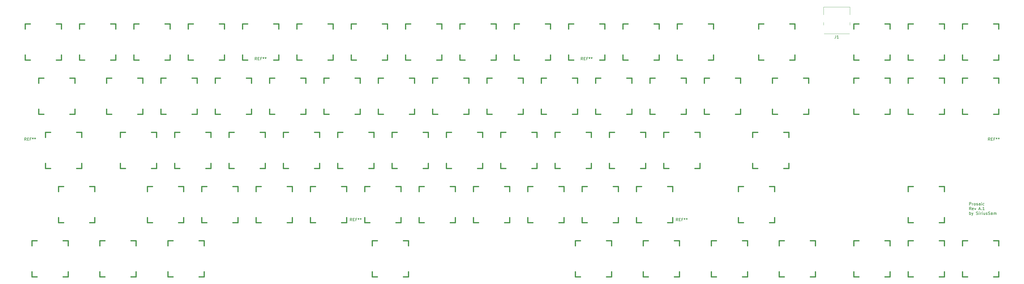
<source format=gto>
%TF.GenerationSoftware,KiCad,Pcbnew,(5.1.6)-1*%
%TF.CreationDate,2020-08-04T19:17:24-04:00*%
%TF.ProjectId,prosaic,70726f73-6169-4632-9e6b-696361645f70,A.1*%
%TF.SameCoordinates,Original*%
%TF.FileFunction,Legend,Top*%
%TF.FilePolarity,Positive*%
%FSLAX46Y46*%
G04 Gerber Fmt 4.6, Leading zero omitted, Abs format (unit mm)*
G04 Created by KiCad (PCBNEW (5.1.6)-1) date 2020-08-04 19:17:24*
%MOMM*%
%LPD*%
G01*
G04 APERTURE LIST*
%ADD10C,0.150000*%
%ADD11C,0.120000*%
%ADD12C,0.381000*%
G04 APERTURE END LIST*
D10*
X379605595Y-137392380D02*
X379605595Y-136392380D01*
X379986547Y-136392380D01*
X380081785Y-136440000D01*
X380129404Y-136487619D01*
X380177023Y-136582857D01*
X380177023Y-136725714D01*
X380129404Y-136820952D01*
X380081785Y-136868571D01*
X379986547Y-136916190D01*
X379605595Y-136916190D01*
X380605595Y-137392380D02*
X380605595Y-136725714D01*
X380605595Y-136916190D02*
X380653214Y-136820952D01*
X380700833Y-136773333D01*
X380796071Y-136725714D01*
X380891309Y-136725714D01*
X381367500Y-137392380D02*
X381272261Y-137344761D01*
X381224642Y-137297142D01*
X381177023Y-137201904D01*
X381177023Y-136916190D01*
X381224642Y-136820952D01*
X381272261Y-136773333D01*
X381367500Y-136725714D01*
X381510357Y-136725714D01*
X381605595Y-136773333D01*
X381653214Y-136820952D01*
X381700833Y-136916190D01*
X381700833Y-137201904D01*
X381653214Y-137297142D01*
X381605595Y-137344761D01*
X381510357Y-137392380D01*
X381367500Y-137392380D01*
X382081785Y-137344761D02*
X382177023Y-137392380D01*
X382367500Y-137392380D01*
X382462738Y-137344761D01*
X382510357Y-137249523D01*
X382510357Y-137201904D01*
X382462738Y-137106666D01*
X382367500Y-137059047D01*
X382224642Y-137059047D01*
X382129404Y-137011428D01*
X382081785Y-136916190D01*
X382081785Y-136868571D01*
X382129404Y-136773333D01*
X382224642Y-136725714D01*
X382367500Y-136725714D01*
X382462738Y-136773333D01*
X383367500Y-137392380D02*
X383367500Y-136868571D01*
X383319880Y-136773333D01*
X383224642Y-136725714D01*
X383034166Y-136725714D01*
X382938928Y-136773333D01*
X383367500Y-137344761D02*
X383272261Y-137392380D01*
X383034166Y-137392380D01*
X382938928Y-137344761D01*
X382891309Y-137249523D01*
X382891309Y-137154285D01*
X382938928Y-137059047D01*
X383034166Y-137011428D01*
X383272261Y-137011428D01*
X383367500Y-136963809D01*
X383843690Y-137392380D02*
X383843690Y-136725714D01*
X383843690Y-136392380D02*
X383796071Y-136440000D01*
X383843690Y-136487619D01*
X383891309Y-136440000D01*
X383843690Y-136392380D01*
X383843690Y-136487619D01*
X384748452Y-137344761D02*
X384653214Y-137392380D01*
X384462738Y-137392380D01*
X384367500Y-137344761D01*
X384319880Y-137297142D01*
X384272261Y-137201904D01*
X384272261Y-136916190D01*
X384319880Y-136820952D01*
X384367500Y-136773333D01*
X384462738Y-136725714D01*
X384653214Y-136725714D01*
X384748452Y-136773333D01*
X380177023Y-139042380D02*
X379843690Y-138566190D01*
X379605595Y-139042380D02*
X379605595Y-138042380D01*
X379986547Y-138042380D01*
X380081785Y-138090000D01*
X380129404Y-138137619D01*
X380177023Y-138232857D01*
X380177023Y-138375714D01*
X380129404Y-138470952D01*
X380081785Y-138518571D01*
X379986547Y-138566190D01*
X379605595Y-138566190D01*
X380986547Y-138994761D02*
X380891309Y-139042380D01*
X380700833Y-139042380D01*
X380605595Y-138994761D01*
X380557976Y-138899523D01*
X380557976Y-138518571D01*
X380605595Y-138423333D01*
X380700833Y-138375714D01*
X380891309Y-138375714D01*
X380986547Y-138423333D01*
X381034166Y-138518571D01*
X381034166Y-138613809D01*
X380557976Y-138709047D01*
X381367500Y-138375714D02*
X381605595Y-139042380D01*
X381843690Y-138375714D01*
X382938928Y-138756666D02*
X383415119Y-138756666D01*
X382843690Y-139042380D02*
X383177023Y-138042380D01*
X383510357Y-139042380D01*
X383843690Y-138947142D02*
X383891309Y-138994761D01*
X383843690Y-139042380D01*
X383796071Y-138994761D01*
X383843690Y-138947142D01*
X383843690Y-139042380D01*
X384843690Y-139042380D02*
X384272261Y-139042380D01*
X384557976Y-139042380D02*
X384557976Y-138042380D01*
X384462738Y-138185238D01*
X384367500Y-138280476D01*
X384272261Y-138328095D01*
X379605595Y-140692380D02*
X379605595Y-139692380D01*
X379605595Y-140073333D02*
X379700833Y-140025714D01*
X379891309Y-140025714D01*
X379986547Y-140073333D01*
X380034166Y-140120952D01*
X380081785Y-140216190D01*
X380081785Y-140501904D01*
X380034166Y-140597142D01*
X379986547Y-140644761D01*
X379891309Y-140692380D01*
X379700833Y-140692380D01*
X379605595Y-140644761D01*
X380415119Y-140025714D02*
X380653214Y-140692380D01*
X380891309Y-140025714D02*
X380653214Y-140692380D01*
X380557976Y-140930476D01*
X380510357Y-140978095D01*
X380415119Y-141025714D01*
X381986547Y-140644761D02*
X382129404Y-140692380D01*
X382367500Y-140692380D01*
X382462738Y-140644761D01*
X382510357Y-140597142D01*
X382557976Y-140501904D01*
X382557976Y-140406666D01*
X382510357Y-140311428D01*
X382462738Y-140263809D01*
X382367500Y-140216190D01*
X382177023Y-140168571D01*
X382081785Y-140120952D01*
X382034166Y-140073333D01*
X381986547Y-139978095D01*
X381986547Y-139882857D01*
X382034166Y-139787619D01*
X382081785Y-139740000D01*
X382177023Y-139692380D01*
X382415119Y-139692380D01*
X382557976Y-139740000D01*
X382986547Y-140692380D02*
X382986547Y-140025714D01*
X382986547Y-139692380D02*
X382938928Y-139740000D01*
X382986547Y-139787619D01*
X383034166Y-139740000D01*
X382986547Y-139692380D01*
X382986547Y-139787619D01*
X383462738Y-140692380D02*
X383462738Y-140025714D01*
X383462738Y-140216190D02*
X383510357Y-140120952D01*
X383557976Y-140073333D01*
X383653214Y-140025714D01*
X383748452Y-140025714D01*
X384081785Y-140692380D02*
X384081785Y-140025714D01*
X384081785Y-139692380D02*
X384034166Y-139740000D01*
X384081785Y-139787619D01*
X384129404Y-139740000D01*
X384081785Y-139692380D01*
X384081785Y-139787619D01*
X384986547Y-140025714D02*
X384986547Y-140692380D01*
X384557976Y-140025714D02*
X384557976Y-140549523D01*
X384605595Y-140644761D01*
X384700833Y-140692380D01*
X384843690Y-140692380D01*
X384938928Y-140644761D01*
X384986547Y-140597142D01*
X385415119Y-140644761D02*
X385510357Y-140692380D01*
X385700833Y-140692380D01*
X385796071Y-140644761D01*
X385843690Y-140549523D01*
X385843690Y-140501904D01*
X385796071Y-140406666D01*
X385700833Y-140359047D01*
X385557976Y-140359047D01*
X385462738Y-140311428D01*
X385415119Y-140216190D01*
X385415119Y-140168571D01*
X385462738Y-140073333D01*
X385557976Y-140025714D01*
X385700833Y-140025714D01*
X385796071Y-140073333D01*
X386224642Y-140644761D02*
X386367500Y-140692380D01*
X386605595Y-140692380D01*
X386700833Y-140644761D01*
X386748452Y-140597142D01*
X386796071Y-140501904D01*
X386796071Y-140406666D01*
X386748452Y-140311428D01*
X386700833Y-140263809D01*
X386605595Y-140216190D01*
X386415119Y-140168571D01*
X386319880Y-140120952D01*
X386272261Y-140073333D01*
X386224642Y-139978095D01*
X386224642Y-139882857D01*
X386272261Y-139787619D01*
X386319880Y-139740000D01*
X386415119Y-139692380D01*
X386653214Y-139692380D01*
X386796071Y-139740000D01*
X387653214Y-140692380D02*
X387653214Y-140168571D01*
X387605595Y-140073333D01*
X387510357Y-140025714D01*
X387319880Y-140025714D01*
X387224642Y-140073333D01*
X387653214Y-140644761D02*
X387557976Y-140692380D01*
X387319880Y-140692380D01*
X387224642Y-140644761D01*
X387177023Y-140549523D01*
X387177023Y-140454285D01*
X387224642Y-140359047D01*
X387319880Y-140311428D01*
X387557976Y-140311428D01*
X387653214Y-140263809D01*
X388129404Y-140692380D02*
X388129404Y-140025714D01*
X388129404Y-140120952D02*
X388177023Y-140073333D01*
X388272261Y-140025714D01*
X388415119Y-140025714D01*
X388510357Y-140073333D01*
X388557976Y-140168571D01*
X388557976Y-140692380D01*
X388557976Y-140168571D02*
X388605595Y-140073333D01*
X388700833Y-140025714D01*
X388843690Y-140025714D01*
X388938928Y-140073333D01*
X388986547Y-140168571D01*
X388986547Y-140692380D01*
D11*
%TO.C,J1*%
X337660000Y-74040000D02*
X337660000Y-73140000D01*
X328470000Y-74040000D02*
X328470000Y-73140000D01*
X337660000Y-70440000D02*
X337660000Y-67710000D01*
X328470000Y-70440000D02*
X328470000Y-67710000D01*
X337540000Y-77120000D02*
X328590000Y-77120000D01*
X337660000Y-67710000D02*
X328470000Y-67710000D01*
D12*
%TO.C,K59*%
X298564894Y-130768967D02*
X300342894Y-130768967D01*
X309486894Y-130768967D02*
X311264894Y-130768967D01*
X311264894Y-130768967D02*
X311264894Y-132546967D01*
X311264894Y-141690967D02*
X311264894Y-143468967D01*
X311264894Y-143468967D02*
X309486894Y-143468967D01*
X300342894Y-143468967D02*
X298564894Y-143468967D01*
X298564894Y-143468967D02*
X298564894Y-141690967D01*
X298564894Y-132546967D02*
X298564894Y-130768967D01*
%TO.C,K62*%
X303570394Y-111718917D02*
X305348394Y-111718917D01*
X314492394Y-111718917D02*
X316270394Y-111718917D01*
X316270394Y-111718917D02*
X316270394Y-113496917D01*
X316270394Y-122640917D02*
X316270394Y-124418917D01*
X316270394Y-124418917D02*
X314492394Y-124418917D01*
X305348394Y-124418917D02*
X303570394Y-124418917D01*
X303570394Y-124418917D02*
X303570394Y-122640917D01*
X303570394Y-113496917D02*
X303570394Y-111718917D01*
%TO.C,K4*%
X60196394Y-130768967D02*
X61974394Y-130768967D01*
X71118394Y-130768967D02*
X72896394Y-130768967D01*
X72896394Y-130768967D02*
X72896394Y-132546967D01*
X72896394Y-141690967D02*
X72896394Y-143468967D01*
X72896394Y-143468967D02*
X71118394Y-143468967D01*
X61974394Y-143468967D02*
X60196394Y-143468967D01*
X60196394Y-143468967D02*
X60196394Y-141690967D01*
X60196394Y-132546967D02*
X60196394Y-130768967D01*
%TO.C,K64*%
X305708894Y-73618917D02*
X307486894Y-73618917D01*
X316630894Y-73618917D02*
X318408894Y-73618917D01*
X318408894Y-73618917D02*
X318408894Y-75396917D01*
X318408894Y-84540917D02*
X318408894Y-86318917D01*
X318408894Y-86318917D02*
X316630894Y-86318917D01*
X307486894Y-86318917D02*
X305708894Y-86318917D01*
X305708894Y-86318917D02*
X305708894Y-84540917D01*
X305708894Y-75396917D02*
X305708894Y-73618917D01*
%TO.C,K3*%
X55676454Y-113496317D02*
X55676454Y-111718317D01*
X55676454Y-124418317D02*
X55676454Y-122640317D01*
X57454454Y-124418317D02*
X55676454Y-124418317D01*
X68376454Y-124418317D02*
X66598454Y-124418317D01*
X68376454Y-122640317D02*
X68376454Y-124418317D01*
X68376454Y-111718317D02*
X68376454Y-113496317D01*
X66598454Y-111718317D02*
X68376454Y-111718317D01*
X55676454Y-111718317D02*
X57454454Y-111718317D01*
%TO.C,K2*%
X53295879Y-94447067D02*
X53295879Y-92669067D01*
X53295879Y-105369067D02*
X53295879Y-103591067D01*
X55073879Y-105369067D02*
X53295879Y-105369067D01*
X65995879Y-105369067D02*
X64217879Y-105369067D01*
X65995879Y-103591067D02*
X65995879Y-105369067D01*
X65995879Y-92669067D02*
X65995879Y-94447067D01*
X64217879Y-92669067D02*
X65995879Y-92669067D01*
X53295879Y-92669067D02*
X55073879Y-92669067D01*
%TO.C,K65*%
X310470894Y-94447067D02*
X310470894Y-92669067D01*
X310470894Y-105369067D02*
X310470894Y-103591067D01*
X312248894Y-105369067D02*
X310470894Y-105369067D01*
X323170894Y-105369067D02*
X321392894Y-105369067D01*
X323170894Y-103591067D02*
X323170894Y-105369067D01*
X323170894Y-92669067D02*
X323170894Y-94447067D01*
X321392894Y-92669067D02*
X323170894Y-92669067D01*
X310470894Y-92669067D02*
X312248894Y-92669067D01*
%TO.C,K5*%
X50915344Y-151596287D02*
X50915344Y-149818287D01*
X50915344Y-162518287D02*
X50915344Y-160740287D01*
X52693344Y-162518287D02*
X50915344Y-162518287D01*
X63615344Y-162518287D02*
X61837344Y-162518287D01*
X63615344Y-160740287D02*
X63615344Y-162518287D01*
X63615344Y-149818287D02*
X63615344Y-151596287D01*
X61837344Y-149818287D02*
X63615344Y-149818287D01*
X50915344Y-149818287D02*
X52693344Y-149818287D01*
%TO.C,K10*%
X74726394Y-151596287D02*
X74726394Y-149818287D01*
X74726394Y-162518287D02*
X74726394Y-160740287D01*
X76504394Y-162518287D02*
X74726394Y-162518287D01*
X87426394Y-162518287D02*
X85648394Y-162518287D01*
X87426394Y-160740287D02*
X87426394Y-162518287D01*
X87426394Y-149818287D02*
X87426394Y-151596287D01*
X85648394Y-149818287D02*
X87426394Y-149818287D01*
X74726394Y-149818287D02*
X76504394Y-149818287D01*
%TO.C,K15*%
X98540294Y-151596287D02*
X98540294Y-149818287D01*
X98540294Y-162518287D02*
X98540294Y-160740287D01*
X100318294Y-162518287D02*
X98540294Y-162518287D01*
X111240294Y-162518287D02*
X109462294Y-162518287D01*
X111240294Y-160740287D02*
X111240294Y-162518287D01*
X111240294Y-149818287D02*
X111240294Y-151596287D01*
X109462294Y-149818287D02*
X111240294Y-149818287D01*
X98540294Y-149818287D02*
X100318294Y-149818287D01*
%TO.C,K25*%
X241415394Y-151596287D02*
X241415394Y-149818287D01*
X241415394Y-162518287D02*
X241415394Y-160740287D01*
X243193394Y-162518287D02*
X241415394Y-162518287D01*
X254115394Y-162518287D02*
X252337394Y-162518287D01*
X254115394Y-160740287D02*
X254115394Y-162518287D01*
X254115394Y-149818287D02*
X254115394Y-151596287D01*
X252337394Y-149818287D02*
X254115394Y-149818287D01*
X241415394Y-149818287D02*
X243193394Y-149818287D01*
%TO.C,K30*%
X265226394Y-151596287D02*
X265226394Y-149818287D01*
X265226394Y-162518287D02*
X265226394Y-160740287D01*
X267004394Y-162518287D02*
X265226394Y-162518287D01*
X277926394Y-162518287D02*
X276148394Y-162518287D01*
X277926394Y-160740287D02*
X277926394Y-162518287D01*
X277926394Y-149818287D02*
X277926394Y-151596287D01*
X276148394Y-149818287D02*
X277926394Y-149818287D01*
X265226394Y-149818287D02*
X267004394Y-149818287D01*
%TO.C,K35*%
X289040394Y-151596287D02*
X289040394Y-149818287D01*
X289040394Y-162518287D02*
X289040394Y-160740287D01*
X290818394Y-162518287D02*
X289040394Y-162518287D01*
X301740394Y-162518287D02*
X299962394Y-162518287D01*
X301740394Y-160740287D02*
X301740394Y-162518287D01*
X301740394Y-149818287D02*
X301740394Y-151596287D01*
X299962394Y-149818287D02*
X301740394Y-149818287D01*
X289040394Y-149818287D02*
X290818394Y-149818287D01*
%TO.C,K40*%
X312851394Y-151596287D02*
X312851394Y-149818287D01*
X312851394Y-162518287D02*
X312851394Y-160740287D01*
X314629394Y-162518287D02*
X312851394Y-162518287D01*
X325551394Y-162518287D02*
X323773394Y-162518287D01*
X325551394Y-160740287D02*
X325551394Y-162518287D01*
X325551394Y-149818287D02*
X325551394Y-151596287D01*
X323773394Y-149818287D02*
X325551394Y-149818287D01*
X312851394Y-149818287D02*
X314629394Y-149818287D01*
%TO.C,K11*%
X86632594Y-75397767D02*
X86632594Y-73619767D01*
X86632594Y-86319767D02*
X86632594Y-84541767D01*
X88410594Y-86319767D02*
X86632594Y-86319767D01*
X99332594Y-86319767D02*
X97554594Y-86319767D01*
X99332594Y-84541767D02*
X99332594Y-86319767D01*
X99332594Y-73619767D02*
X99332594Y-75397767D01*
X97554594Y-73619767D02*
X99332594Y-73619767D01*
X86632594Y-73619767D02*
X88410594Y-73619767D01*
%TO.C,K6*%
X67583294Y-75397767D02*
X67583294Y-73619767D01*
X67583294Y-86319767D02*
X67583294Y-84541767D01*
X69361294Y-86319767D02*
X67583294Y-86319767D01*
X80283294Y-86319767D02*
X78505294Y-86319767D01*
X80283294Y-84541767D02*
X80283294Y-86319767D01*
X80283294Y-73619767D02*
X80283294Y-75397767D01*
X78505294Y-73619767D02*
X80283294Y-73619767D01*
X67583294Y-73619767D02*
X69361294Y-73619767D01*
%TO.C,K1*%
X48534064Y-75397767D02*
X48534064Y-73619767D01*
X48534064Y-86319767D02*
X48534064Y-84541767D01*
X50312064Y-86319767D02*
X48534064Y-86319767D01*
X61234064Y-86319767D02*
X59456064Y-86319767D01*
X61234064Y-84541767D02*
X61234064Y-86319767D01*
X61234064Y-73619767D02*
X61234064Y-75397767D01*
X59456064Y-73619767D02*
X61234064Y-73619767D01*
X48534064Y-73619767D02*
X50312064Y-73619767D01*
%TO.C,K16*%
X105682594Y-75397767D02*
X105682594Y-73619767D01*
X105682594Y-86319767D02*
X105682594Y-84541767D01*
X107460594Y-86319767D02*
X105682594Y-86319767D01*
X118382594Y-86319767D02*
X116604594Y-86319767D01*
X118382594Y-84541767D02*
X118382594Y-86319767D01*
X118382594Y-73619767D02*
X118382594Y-75397767D01*
X116604594Y-73619767D02*
X118382594Y-73619767D01*
X105682594Y-73619767D02*
X107460594Y-73619767D01*
%TO.C,K21*%
X124733294Y-75397767D02*
X124733294Y-73619767D01*
X124733294Y-86319767D02*
X124733294Y-84541767D01*
X126511294Y-86319767D02*
X124733294Y-86319767D01*
X137433294Y-86319767D02*
X135655294Y-86319767D01*
X137433294Y-84541767D02*
X137433294Y-86319767D01*
X137433294Y-73619767D02*
X137433294Y-75397767D01*
X135655294Y-73619767D02*
X137433294Y-73619767D01*
X124733294Y-73619767D02*
X126511294Y-73619767D01*
%TO.C,K26*%
X143782594Y-75397767D02*
X143782594Y-73619767D01*
X143782594Y-86319767D02*
X143782594Y-84541767D01*
X145560594Y-86319767D02*
X143782594Y-86319767D01*
X156482594Y-86319767D02*
X154704594Y-86319767D01*
X156482594Y-84541767D02*
X156482594Y-86319767D01*
X156482594Y-73619767D02*
X156482594Y-75397767D01*
X154704594Y-73619767D02*
X156482594Y-73619767D01*
X143782594Y-73619767D02*
X145560594Y-73619767D01*
%TO.C,K31*%
X162832894Y-75397767D02*
X162832894Y-73619767D01*
X162832894Y-86319767D02*
X162832894Y-84541767D01*
X164610894Y-86319767D02*
X162832894Y-86319767D01*
X175532894Y-86319767D02*
X173754894Y-86319767D01*
X175532894Y-84541767D02*
X175532894Y-86319767D01*
X175532894Y-73619767D02*
X175532894Y-75397767D01*
X173754894Y-73619767D02*
X175532894Y-73619767D01*
X162832894Y-73619767D02*
X164610894Y-73619767D01*
%TO.C,K36*%
X181883894Y-75397767D02*
X181883894Y-73619767D01*
X181883894Y-86319767D02*
X181883894Y-84541767D01*
X183661894Y-86319767D02*
X181883894Y-86319767D01*
X194583894Y-86319767D02*
X192805894Y-86319767D01*
X194583894Y-84541767D02*
X194583894Y-86319767D01*
X194583894Y-73619767D02*
X194583894Y-75397767D01*
X192805894Y-73619767D02*
X194583894Y-73619767D01*
X181883894Y-73619767D02*
X183661894Y-73619767D01*
%TO.C,K41*%
X200933894Y-75397767D02*
X200933894Y-73619767D01*
X200933894Y-86319767D02*
X200933894Y-84541767D01*
X202711894Y-86319767D02*
X200933894Y-86319767D01*
X213633894Y-86319767D02*
X211855894Y-86319767D01*
X213633894Y-84541767D02*
X213633894Y-86319767D01*
X213633894Y-73619767D02*
X213633894Y-75397767D01*
X211855894Y-73619767D02*
X213633894Y-73619767D01*
X200933894Y-73619767D02*
X202711894Y-73619767D01*
%TO.C,K46*%
X219983894Y-75397767D02*
X219983894Y-73619767D01*
X219983894Y-86319767D02*
X219983894Y-84541767D01*
X221761894Y-86319767D02*
X219983894Y-86319767D01*
X232683894Y-86319767D02*
X230905894Y-86319767D01*
X232683894Y-84541767D02*
X232683894Y-86319767D01*
X232683894Y-73619767D02*
X232683894Y-75397767D01*
X230905894Y-73619767D02*
X232683894Y-73619767D01*
X219983894Y-73619767D02*
X221761894Y-73619767D01*
%TO.C,K51*%
X239033894Y-75397767D02*
X239033894Y-73619767D01*
X239033894Y-86319767D02*
X239033894Y-84541767D01*
X240811894Y-86319767D02*
X239033894Y-86319767D01*
X251733894Y-86319767D02*
X249955894Y-86319767D01*
X251733894Y-84541767D02*
X251733894Y-86319767D01*
X251733894Y-73619767D02*
X251733894Y-75397767D01*
X249955894Y-73619767D02*
X251733894Y-73619767D01*
X239033894Y-73619767D02*
X240811894Y-73619767D01*
%TO.C,K56*%
X258083894Y-75397767D02*
X258083894Y-73619767D01*
X258083894Y-86319767D02*
X258083894Y-84541767D01*
X259861894Y-86319767D02*
X258083894Y-86319767D01*
X270783894Y-86319767D02*
X269005894Y-86319767D01*
X270783894Y-84541767D02*
X270783894Y-86319767D01*
X270783894Y-73619767D02*
X270783894Y-75397767D01*
X269005894Y-73619767D02*
X270783894Y-73619767D01*
X258083894Y-73619767D02*
X259861894Y-73619767D01*
%TO.C,K60*%
X277133894Y-75397767D02*
X277133894Y-73619767D01*
X277133894Y-86319767D02*
X277133894Y-84541767D01*
X278911894Y-86319767D02*
X277133894Y-86319767D01*
X289833894Y-86319767D02*
X288055894Y-86319767D01*
X289833894Y-84541767D02*
X289833894Y-86319767D01*
X289833894Y-73619767D02*
X289833894Y-75397767D01*
X288055894Y-73619767D02*
X289833894Y-73619767D01*
X277133894Y-73619767D02*
X278911894Y-73619767D01*
%TO.C,K68*%
X339045894Y-75397767D02*
X339045894Y-73619767D01*
X339045894Y-86319767D02*
X339045894Y-84541767D01*
X340823894Y-86319767D02*
X339045894Y-86319767D01*
X351745894Y-86319767D02*
X349967894Y-86319767D01*
X351745894Y-84541767D02*
X351745894Y-86319767D01*
X351745894Y-73619767D02*
X351745894Y-75397767D01*
X349967894Y-73619767D02*
X351745894Y-73619767D01*
X339045894Y-73619767D02*
X340823894Y-73619767D01*
%TO.C,K66*%
X358095894Y-75397767D02*
X358095894Y-73619767D01*
X358095894Y-86319767D02*
X358095894Y-84541767D01*
X359873894Y-86319767D02*
X358095894Y-86319767D01*
X370795894Y-86319767D02*
X369017894Y-86319767D01*
X370795894Y-84541767D02*
X370795894Y-86319767D01*
X370795894Y-73619767D02*
X370795894Y-75397767D01*
X369017894Y-73619767D02*
X370795894Y-73619767D01*
X358095894Y-73619767D02*
X359873894Y-73619767D01*
%TO.C,K70*%
X377145894Y-75397767D02*
X377145894Y-73619767D01*
X377145894Y-86319767D02*
X377145894Y-84541767D01*
X378923894Y-86319767D02*
X377145894Y-86319767D01*
X389845894Y-86319767D02*
X388067894Y-86319767D01*
X389845894Y-84541767D02*
X389845894Y-86319767D01*
X389845894Y-73619767D02*
X389845894Y-75397767D01*
X388067894Y-73619767D02*
X389845894Y-73619767D01*
X377145894Y-73619767D02*
X378923894Y-73619767D01*
%TO.C,K7*%
X77108994Y-94447067D02*
X77108994Y-92669067D01*
X77108994Y-105369067D02*
X77108994Y-103591067D01*
X78886994Y-105369067D02*
X77108994Y-105369067D01*
X89808994Y-105369067D02*
X88030994Y-105369067D01*
X89808994Y-103591067D02*
X89808994Y-105369067D01*
X89808994Y-92669067D02*
X89808994Y-94447067D01*
X88030994Y-92669067D02*
X89808994Y-92669067D01*
X77108994Y-92669067D02*
X78886994Y-92669067D01*
%TO.C,K12*%
X96158994Y-94447067D02*
X96158994Y-92669067D01*
X96158994Y-105369067D02*
X96158994Y-103591067D01*
X97936994Y-105369067D02*
X96158994Y-105369067D01*
X108858994Y-105369067D02*
X107080994Y-105369067D01*
X108858994Y-103591067D02*
X108858994Y-105369067D01*
X108858994Y-92669067D02*
X108858994Y-94447067D01*
X107080994Y-92669067D02*
X108858994Y-92669067D01*
X96158994Y-92669067D02*
X97936994Y-92669067D01*
%TO.C,K17*%
X115208294Y-94447067D02*
X115208294Y-92669067D01*
X115208294Y-105369067D02*
X115208294Y-103591067D01*
X116986294Y-105369067D02*
X115208294Y-105369067D01*
X127908294Y-105369067D02*
X126130294Y-105369067D01*
X127908294Y-103591067D02*
X127908294Y-105369067D01*
X127908294Y-92669067D02*
X127908294Y-94447067D01*
X126130294Y-92669067D02*
X127908294Y-92669067D01*
X115208294Y-92669067D02*
X116986294Y-92669067D01*
%TO.C,K22*%
X134258094Y-94447067D02*
X134258094Y-92669067D01*
X134258094Y-105369067D02*
X134258094Y-103591067D01*
X136036094Y-105369067D02*
X134258094Y-105369067D01*
X146958094Y-105369067D02*
X145180094Y-105369067D01*
X146958094Y-103591067D02*
X146958094Y-105369067D01*
X146958094Y-92669067D02*
X146958094Y-94447067D01*
X145180094Y-92669067D02*
X146958094Y-92669067D01*
X134258094Y-92669067D02*
X136036094Y-92669067D01*
%TO.C,K27*%
X153307894Y-94447067D02*
X153307894Y-92669067D01*
X153307894Y-105369067D02*
X153307894Y-103591067D01*
X155085894Y-105369067D02*
X153307894Y-105369067D01*
X166007894Y-105369067D02*
X164229894Y-105369067D01*
X166007894Y-103591067D02*
X166007894Y-105369067D01*
X166007894Y-92669067D02*
X166007894Y-94447067D01*
X164229894Y-92669067D02*
X166007894Y-92669067D01*
X153307894Y-92669067D02*
X155085894Y-92669067D01*
%TO.C,K32*%
X172357894Y-94447067D02*
X172357894Y-92669067D01*
X172357894Y-105369067D02*
X172357894Y-103591067D01*
X174135894Y-105369067D02*
X172357894Y-105369067D01*
X185057894Y-105369067D02*
X183279894Y-105369067D01*
X185057894Y-103591067D02*
X185057894Y-105369067D01*
X185057894Y-92669067D02*
X185057894Y-94447067D01*
X183279894Y-92669067D02*
X185057894Y-92669067D01*
X172357894Y-92669067D02*
X174135894Y-92669067D01*
%TO.C,K37*%
X191408894Y-94447067D02*
X191408894Y-92669067D01*
X191408894Y-105369067D02*
X191408894Y-103591067D01*
X193186894Y-105369067D02*
X191408894Y-105369067D01*
X204108894Y-105369067D02*
X202330894Y-105369067D01*
X204108894Y-103591067D02*
X204108894Y-105369067D01*
X204108894Y-92669067D02*
X204108894Y-94447067D01*
X202330894Y-92669067D02*
X204108894Y-92669067D01*
X191408894Y-92669067D02*
X193186894Y-92669067D01*
%TO.C,K42*%
X210458894Y-94447067D02*
X210458894Y-92669067D01*
X210458894Y-105369067D02*
X210458894Y-103591067D01*
X212236894Y-105369067D02*
X210458894Y-105369067D01*
X223158894Y-105369067D02*
X221380894Y-105369067D01*
X223158894Y-103591067D02*
X223158894Y-105369067D01*
X223158894Y-92669067D02*
X223158894Y-94447067D01*
X221380894Y-92669067D02*
X223158894Y-92669067D01*
X210458894Y-92669067D02*
X212236894Y-92669067D01*
%TO.C,K47*%
X229508894Y-94447067D02*
X229508894Y-92669067D01*
X229508894Y-105369067D02*
X229508894Y-103591067D01*
X231286894Y-105369067D02*
X229508894Y-105369067D01*
X242208894Y-105369067D02*
X240430894Y-105369067D01*
X242208894Y-103591067D02*
X242208894Y-105369067D01*
X242208894Y-92669067D02*
X242208894Y-94447067D01*
X240430894Y-92669067D02*
X242208894Y-92669067D01*
X229508894Y-92669067D02*
X231286894Y-92669067D01*
%TO.C,K52*%
X248558894Y-94447067D02*
X248558894Y-92669067D01*
X248558894Y-105369067D02*
X248558894Y-103591067D01*
X250336894Y-105369067D02*
X248558894Y-105369067D01*
X261258894Y-105369067D02*
X259480894Y-105369067D01*
X261258894Y-103591067D02*
X261258894Y-105369067D01*
X261258894Y-92669067D02*
X261258894Y-94447067D01*
X259480894Y-92669067D02*
X261258894Y-92669067D01*
X248558894Y-92669067D02*
X250336894Y-92669067D01*
%TO.C,K57*%
X267608894Y-94447067D02*
X267608894Y-92669067D01*
X267608894Y-105369067D02*
X267608894Y-103591067D01*
X269386894Y-105369067D02*
X267608894Y-105369067D01*
X280308894Y-105369067D02*
X278530894Y-105369067D01*
X280308894Y-103591067D02*
X280308894Y-105369067D01*
X280308894Y-92669067D02*
X280308894Y-94447067D01*
X278530894Y-92669067D02*
X280308894Y-92669067D01*
X267608894Y-92669067D02*
X269386894Y-92669067D01*
%TO.C,K61*%
X286658394Y-94447067D02*
X286658394Y-92669067D01*
X286658394Y-105369067D02*
X286658394Y-103591067D01*
X288436394Y-105369067D02*
X286658394Y-105369067D01*
X299358394Y-105369067D02*
X297580394Y-105369067D01*
X299358394Y-103591067D02*
X299358394Y-105369067D01*
X299358394Y-92669067D02*
X299358394Y-94447067D01*
X297580394Y-92669067D02*
X299358394Y-92669067D01*
X286658394Y-92669067D02*
X288436394Y-92669067D01*
%TO.C,K69*%
X339045894Y-94447067D02*
X339045894Y-92669067D01*
X339045894Y-105369067D02*
X339045894Y-103591067D01*
X340823894Y-105369067D02*
X339045894Y-105369067D01*
X351745894Y-105369067D02*
X349967894Y-105369067D01*
X351745894Y-103591067D02*
X351745894Y-105369067D01*
X351745894Y-92669067D02*
X351745894Y-94447067D01*
X349967894Y-92669067D02*
X351745894Y-92669067D01*
X339045894Y-92669067D02*
X340823894Y-92669067D01*
%TO.C,K67*%
X358095894Y-94447067D02*
X358095894Y-92669067D01*
X358095894Y-105369067D02*
X358095894Y-103591067D01*
X359873894Y-105369067D02*
X358095894Y-105369067D01*
X370795894Y-105369067D02*
X369017894Y-105369067D01*
X370795894Y-103591067D02*
X370795894Y-105369067D01*
X370795894Y-92669067D02*
X370795894Y-94447067D01*
X369017894Y-92669067D02*
X370795894Y-92669067D01*
X358095894Y-92669067D02*
X359873894Y-92669067D01*
%TO.C,K71*%
X377145894Y-94447067D02*
X377145894Y-92669067D01*
X377145894Y-105369067D02*
X377145894Y-103591067D01*
X378923894Y-105369067D02*
X377145894Y-105369067D01*
X389845894Y-105369067D02*
X388067894Y-105369067D01*
X389845894Y-103591067D02*
X389845894Y-105369067D01*
X389845894Y-92669067D02*
X389845894Y-94447067D01*
X388067894Y-92669067D02*
X389845894Y-92669067D01*
X377145894Y-92669067D02*
X378923894Y-92669067D01*
%TO.C,K8*%
X81870794Y-113496317D02*
X81870794Y-111718317D01*
X81870794Y-124418317D02*
X81870794Y-122640317D01*
X83648794Y-124418317D02*
X81870794Y-124418317D01*
X94570794Y-124418317D02*
X92792794Y-124418317D01*
X94570794Y-122640317D02*
X94570794Y-124418317D01*
X94570794Y-111718317D02*
X94570794Y-113496317D01*
X92792794Y-111718317D02*
X94570794Y-111718317D01*
X81870794Y-111718317D02*
X83648794Y-111718317D01*
%TO.C,K13*%
X100920794Y-113496317D02*
X100920794Y-111718317D01*
X100920794Y-124418317D02*
X100920794Y-122640317D01*
X102698794Y-124418317D02*
X100920794Y-124418317D01*
X113620794Y-124418317D02*
X111842794Y-124418317D01*
X113620794Y-122640317D02*
X113620794Y-124418317D01*
X113620794Y-111718317D02*
X113620794Y-113496317D01*
X111842794Y-111718317D02*
X113620794Y-111718317D01*
X100920794Y-111718317D02*
X102698794Y-111718317D01*
%TO.C,K18*%
X119970794Y-113496317D02*
X119970794Y-111718317D01*
X119970794Y-124418317D02*
X119970794Y-122640317D01*
X121748794Y-124418317D02*
X119970794Y-124418317D01*
X132670794Y-124418317D02*
X130892794Y-124418317D01*
X132670794Y-122640317D02*
X132670794Y-124418317D01*
X132670794Y-111718317D02*
X132670794Y-113496317D01*
X130892794Y-111718317D02*
X132670794Y-111718317D01*
X119970794Y-111718317D02*
X121748794Y-111718317D01*
%TO.C,K23*%
X139020844Y-113496317D02*
X139020844Y-111718317D01*
X139020844Y-124418317D02*
X139020844Y-122640317D01*
X140798844Y-124418317D02*
X139020844Y-124418317D01*
X151720844Y-124418317D02*
X149942844Y-124418317D01*
X151720844Y-122640317D02*
X151720844Y-124418317D01*
X151720844Y-111718317D02*
X151720844Y-113496317D01*
X149942844Y-111718317D02*
X151720844Y-111718317D01*
X139020844Y-111718317D02*
X140798844Y-111718317D01*
%TO.C,K28*%
X158070894Y-113496317D02*
X158070894Y-111718317D01*
X158070894Y-124418317D02*
X158070894Y-122640317D01*
X159848894Y-124418317D02*
X158070894Y-124418317D01*
X170770894Y-124418317D02*
X168992894Y-124418317D01*
X170770894Y-122640317D02*
X170770894Y-124418317D01*
X170770894Y-111718317D02*
X170770894Y-113496317D01*
X168992894Y-111718317D02*
X170770894Y-111718317D01*
X158070894Y-111718317D02*
X159848894Y-111718317D01*
%TO.C,K33*%
X177120894Y-113496317D02*
X177120894Y-111718317D01*
X177120894Y-124418317D02*
X177120894Y-122640317D01*
X178898894Y-124418317D02*
X177120894Y-124418317D01*
X189820894Y-124418317D02*
X188042894Y-124418317D01*
X189820894Y-122640317D02*
X189820894Y-124418317D01*
X189820894Y-111718317D02*
X189820894Y-113496317D01*
X188042894Y-111718317D02*
X189820894Y-111718317D01*
X177120894Y-111718317D02*
X178898894Y-111718317D01*
%TO.C,K38*%
X196170894Y-113496317D02*
X196170894Y-111718317D01*
X196170894Y-124418317D02*
X196170894Y-122640317D01*
X197948894Y-124418317D02*
X196170894Y-124418317D01*
X208870894Y-124418317D02*
X207092894Y-124418317D01*
X208870894Y-122640317D02*
X208870894Y-124418317D01*
X208870894Y-111718317D02*
X208870894Y-113496317D01*
X207092894Y-111718317D02*
X208870894Y-111718317D01*
X196170894Y-111718317D02*
X197948894Y-111718317D01*
%TO.C,K43*%
X215220894Y-113496317D02*
X215220894Y-111718317D01*
X215220894Y-124418317D02*
X215220894Y-122640317D01*
X216998894Y-124418317D02*
X215220894Y-124418317D01*
X227920894Y-124418317D02*
X226142894Y-124418317D01*
X227920894Y-122640317D02*
X227920894Y-124418317D01*
X227920894Y-111718317D02*
X227920894Y-113496317D01*
X226142894Y-111718317D02*
X227920894Y-111718317D01*
X215220894Y-111718317D02*
X216998894Y-111718317D01*
%TO.C,K48*%
X234270894Y-113496317D02*
X234270894Y-111718317D01*
X234270894Y-124418317D02*
X234270894Y-122640317D01*
X236048894Y-124418317D02*
X234270894Y-124418317D01*
X246970894Y-124418317D02*
X245192894Y-124418317D01*
X246970894Y-122640317D02*
X246970894Y-124418317D01*
X246970894Y-111718317D02*
X246970894Y-113496317D01*
X245192894Y-111718317D02*
X246970894Y-111718317D01*
X234270894Y-111718317D02*
X236048894Y-111718317D01*
%TO.C,K53*%
X253320894Y-113496317D02*
X253320894Y-111718317D01*
X253320894Y-124418317D02*
X253320894Y-122640317D01*
X255098894Y-124418317D02*
X253320894Y-124418317D01*
X266020894Y-124418317D02*
X264242894Y-124418317D01*
X266020894Y-122640317D02*
X266020894Y-124418317D01*
X266020894Y-111718317D02*
X266020894Y-113496317D01*
X264242894Y-111718317D02*
X266020894Y-111718317D01*
X253320894Y-111718317D02*
X255098894Y-111718317D01*
%TO.C,K58*%
X272370894Y-113496317D02*
X272370894Y-111718317D01*
X272370894Y-124418317D02*
X272370894Y-122640317D01*
X274148894Y-124418317D02*
X272370894Y-124418317D01*
X285070894Y-124418317D02*
X283292894Y-124418317D01*
X285070894Y-122640317D02*
X285070894Y-124418317D01*
X285070894Y-111718317D02*
X285070894Y-113496317D01*
X283292894Y-111718317D02*
X285070894Y-111718317D01*
X272370894Y-111718317D02*
X274148894Y-111718317D01*
%TO.C,K9*%
X91395794Y-132546267D02*
X91395794Y-130768267D01*
X91395794Y-143468267D02*
X91395794Y-141690267D01*
X93173794Y-143468267D02*
X91395794Y-143468267D01*
X104095794Y-143468267D02*
X102317794Y-143468267D01*
X104095794Y-141690267D02*
X104095794Y-143468267D01*
X104095794Y-130768267D02*
X104095794Y-132546267D01*
X102317794Y-130768267D02*
X104095794Y-130768267D01*
X91395794Y-130768267D02*
X93173794Y-130768267D01*
%TO.C,K14*%
X110445794Y-132546267D02*
X110445794Y-130768267D01*
X110445794Y-143468267D02*
X110445794Y-141690267D01*
X112223794Y-143468267D02*
X110445794Y-143468267D01*
X123145794Y-143468267D02*
X121367794Y-143468267D01*
X123145794Y-141690267D02*
X123145794Y-143468267D01*
X123145794Y-130768267D02*
X123145794Y-132546267D01*
X121367794Y-130768267D02*
X123145794Y-130768267D01*
X110445794Y-130768267D02*
X112223794Y-130768267D01*
%TO.C,K19*%
X129495794Y-132546267D02*
X129495794Y-130768267D01*
X129495794Y-143468267D02*
X129495794Y-141690267D01*
X131273794Y-143468267D02*
X129495794Y-143468267D01*
X142195794Y-143468267D02*
X140417794Y-143468267D01*
X142195794Y-141690267D02*
X142195794Y-143468267D01*
X142195794Y-130768267D02*
X142195794Y-132546267D01*
X140417794Y-130768267D02*
X142195794Y-130768267D01*
X129495794Y-130768267D02*
X131273794Y-130768267D01*
%TO.C,K24*%
X148545894Y-132546267D02*
X148545894Y-130768267D01*
X148545894Y-143468267D02*
X148545894Y-141690267D01*
X150323894Y-143468267D02*
X148545894Y-143468267D01*
X161245894Y-143468267D02*
X159467894Y-143468267D01*
X161245894Y-141690267D02*
X161245894Y-143468267D01*
X161245894Y-130768267D02*
X161245894Y-132546267D01*
X159467894Y-130768267D02*
X161245894Y-130768267D01*
X148545894Y-130768267D02*
X150323894Y-130768267D01*
%TO.C,K29*%
X167595894Y-132546267D02*
X167595894Y-130768267D01*
X167595894Y-143468267D02*
X167595894Y-141690267D01*
X169373894Y-143468267D02*
X167595894Y-143468267D01*
X180295894Y-143468267D02*
X178517894Y-143468267D01*
X180295894Y-141690267D02*
X180295894Y-143468267D01*
X180295894Y-130768267D02*
X180295894Y-132546267D01*
X178517894Y-130768267D02*
X180295894Y-130768267D01*
X167595894Y-130768267D02*
X169373894Y-130768267D01*
%TO.C,K34*%
X186645894Y-132546267D02*
X186645894Y-130768267D01*
X186645894Y-143468267D02*
X186645894Y-141690267D01*
X188423894Y-143468267D02*
X186645894Y-143468267D01*
X199345894Y-143468267D02*
X197567894Y-143468267D01*
X199345894Y-141690267D02*
X199345894Y-143468267D01*
X199345894Y-130768267D02*
X199345894Y-132546267D01*
X197567894Y-130768267D02*
X199345894Y-130768267D01*
X186645894Y-130768267D02*
X188423894Y-130768267D01*
%TO.C,K39*%
X205695894Y-132546267D02*
X205695894Y-130768267D01*
X205695894Y-143468267D02*
X205695894Y-141690267D01*
X207473894Y-143468267D02*
X205695894Y-143468267D01*
X218395894Y-143468267D02*
X216617894Y-143468267D01*
X218395894Y-141690267D02*
X218395894Y-143468267D01*
X218395894Y-130768267D02*
X218395894Y-132546267D01*
X216617894Y-130768267D02*
X218395894Y-130768267D01*
X205695894Y-130768267D02*
X207473894Y-130768267D01*
%TO.C,K44*%
X224745894Y-132546267D02*
X224745894Y-130768267D01*
X224745894Y-143468267D02*
X224745894Y-141690267D01*
X226523894Y-143468267D02*
X224745894Y-143468267D01*
X237445894Y-143468267D02*
X235667894Y-143468267D01*
X237445894Y-141690267D02*
X237445894Y-143468267D01*
X237445894Y-130768267D02*
X237445894Y-132546267D01*
X235667894Y-130768267D02*
X237445894Y-130768267D01*
X224745894Y-130768267D02*
X226523894Y-130768267D01*
%TO.C,K49*%
X243795894Y-132546267D02*
X243795894Y-130768267D01*
X243795894Y-143468267D02*
X243795894Y-141690267D01*
X245573894Y-143468267D02*
X243795894Y-143468267D01*
X256495894Y-143468267D02*
X254717894Y-143468267D01*
X256495894Y-141690267D02*
X256495894Y-143468267D01*
X256495894Y-130768267D02*
X256495894Y-132546267D01*
X254717894Y-130768267D02*
X256495894Y-130768267D01*
X243795894Y-130768267D02*
X245573894Y-130768267D01*
%TO.C,K54*%
X262845894Y-132546267D02*
X262845894Y-130768267D01*
X262845894Y-143468267D02*
X262845894Y-141690267D01*
X264623894Y-143468267D02*
X262845894Y-143468267D01*
X275545894Y-143468267D02*
X273767894Y-143468267D01*
X275545894Y-141690267D02*
X275545894Y-143468267D01*
X275545894Y-130768267D02*
X275545894Y-132546267D01*
X273767894Y-130768267D02*
X275545894Y-130768267D01*
X262845894Y-130768267D02*
X264623894Y-130768267D01*
%TO.C,K63*%
X358095894Y-132546267D02*
X358095894Y-130768267D01*
X358095894Y-143468267D02*
X358095894Y-141690267D01*
X359873894Y-143468267D02*
X358095894Y-143468267D01*
X370795894Y-143468267D02*
X369017894Y-143468267D01*
X370795894Y-141690267D02*
X370795894Y-143468267D01*
X370795894Y-130768267D02*
X370795894Y-132546267D01*
X369017894Y-130768267D02*
X370795894Y-130768267D01*
X358095894Y-130768267D02*
X359873894Y-130768267D01*
%TO.C,K45*%
X339045894Y-151596287D02*
X339045894Y-149818287D01*
X339045894Y-162518287D02*
X339045894Y-160740287D01*
X340823894Y-162518287D02*
X339045894Y-162518287D01*
X351745894Y-162518287D02*
X349967894Y-162518287D01*
X351745894Y-160740287D02*
X351745894Y-162518287D01*
X351745894Y-149818287D02*
X351745894Y-151596287D01*
X349967894Y-149818287D02*
X351745894Y-149818287D01*
X339045894Y-149818287D02*
X340823894Y-149818287D01*
%TO.C,K50*%
X358095894Y-151596287D02*
X358095894Y-149818287D01*
X358095894Y-162518287D02*
X358095894Y-160740287D01*
X359873894Y-162518287D02*
X358095894Y-162518287D01*
X370795894Y-162518287D02*
X369017894Y-162518287D01*
X370795894Y-160740287D02*
X370795894Y-162518287D01*
X370795894Y-149818287D02*
X370795894Y-151596287D01*
X369017894Y-149818287D02*
X370795894Y-149818287D01*
X358095894Y-149818287D02*
X359873894Y-149818287D01*
%TO.C,K55*%
X377145894Y-151596287D02*
X377145894Y-149818287D01*
X377145894Y-162518287D02*
X377145894Y-160740287D01*
X378923894Y-162518287D02*
X377145894Y-162518287D01*
X389845894Y-162518287D02*
X388067894Y-162518287D01*
X389845894Y-160740287D02*
X389845894Y-162518287D01*
X389845894Y-149818287D02*
X389845894Y-151596287D01*
X388067894Y-149818287D02*
X389845894Y-149818287D01*
X377145894Y-149818287D02*
X378923894Y-149818287D01*
%TO.C,K20*%
X170220394Y-151596962D02*
X170220394Y-149818962D01*
X170220394Y-162518962D02*
X170220394Y-160740962D01*
X171998394Y-162518962D02*
X170220394Y-162518962D01*
X182920394Y-162518962D02*
X181142394Y-162518962D01*
X182920394Y-160740962D02*
X182920394Y-162518962D01*
X182920394Y-149818962D02*
X182920394Y-151596962D01*
X181142394Y-149818962D02*
X182920394Y-149818962D01*
X170220394Y-149818962D02*
X171998394Y-149818962D01*
%TO.C,J1*%
D10*
X332731666Y-77692380D02*
X332731666Y-78406666D01*
X332684047Y-78549523D01*
X332588809Y-78644761D01*
X332445952Y-78692380D01*
X332350714Y-78692380D01*
X333731666Y-78692380D02*
X333160238Y-78692380D01*
X333445952Y-78692380D02*
X333445952Y-77692380D01*
X333350714Y-77835238D01*
X333255476Y-77930476D01*
X333160238Y-77978095D01*
%TO.C,REF\u002A\u002A*%
X386793222Y-114664040D02*
X386459889Y-114187850D01*
X386221794Y-114664040D02*
X386221794Y-113664040D01*
X386602746Y-113664040D01*
X386697984Y-113711660D01*
X386745603Y-113759279D01*
X386793222Y-113854517D01*
X386793222Y-113997374D01*
X386745603Y-114092612D01*
X386697984Y-114140231D01*
X386602746Y-114187850D01*
X386221794Y-114187850D01*
X387221794Y-114140231D02*
X387555127Y-114140231D01*
X387697984Y-114664040D02*
X387221794Y-114664040D01*
X387221794Y-113664040D01*
X387697984Y-113664040D01*
X388459889Y-114140231D02*
X388126556Y-114140231D01*
X388126556Y-114664040D02*
X388126556Y-113664040D01*
X388602746Y-113664040D01*
X389126556Y-113664040D02*
X389126556Y-113902136D01*
X388888460Y-113806898D02*
X389126556Y-113902136D01*
X389364651Y-113806898D01*
X388983698Y-114092612D02*
X389126556Y-113902136D01*
X389269413Y-114092612D01*
X389888460Y-113664040D02*
X389888460Y-113902136D01*
X389650365Y-113806898D02*
X389888460Y-113902136D01*
X390126556Y-113806898D01*
X389745603Y-114092612D02*
X389888460Y-113902136D01*
X390031317Y-114092612D01*
X277391722Y-142938240D02*
X277058389Y-142462050D01*
X276820294Y-142938240D02*
X276820294Y-141938240D01*
X277201246Y-141938240D01*
X277296484Y-141985860D01*
X277344103Y-142033479D01*
X277391722Y-142128717D01*
X277391722Y-142271574D01*
X277344103Y-142366812D01*
X277296484Y-142414431D01*
X277201246Y-142462050D01*
X276820294Y-142462050D01*
X277820294Y-142414431D02*
X278153627Y-142414431D01*
X278296484Y-142938240D02*
X277820294Y-142938240D01*
X277820294Y-141938240D01*
X278296484Y-141938240D01*
X279058389Y-142414431D02*
X278725056Y-142414431D01*
X278725056Y-142938240D02*
X278725056Y-141938240D01*
X279201246Y-141938240D01*
X279725056Y-141938240D02*
X279725056Y-142176336D01*
X279486960Y-142081098D02*
X279725056Y-142176336D01*
X279963151Y-142081098D01*
X279582198Y-142366812D02*
X279725056Y-142176336D01*
X279867913Y-142366812D01*
X280486960Y-141938240D02*
X280486960Y-142176336D01*
X280248865Y-142081098D02*
X280486960Y-142176336D01*
X280725056Y-142081098D01*
X280344103Y-142366812D02*
X280486960Y-142176336D01*
X280629817Y-142366812D01*
X244054722Y-86388240D02*
X243721389Y-85912050D01*
X243483294Y-86388240D02*
X243483294Y-85388240D01*
X243864246Y-85388240D01*
X243959484Y-85435860D01*
X244007103Y-85483479D01*
X244054722Y-85578717D01*
X244054722Y-85721574D01*
X244007103Y-85816812D01*
X243959484Y-85864431D01*
X243864246Y-85912050D01*
X243483294Y-85912050D01*
X244483294Y-85864431D02*
X244816627Y-85864431D01*
X244959484Y-86388240D02*
X244483294Y-86388240D01*
X244483294Y-85388240D01*
X244959484Y-85388240D01*
X245721389Y-85864431D02*
X245388056Y-85864431D01*
X245388056Y-86388240D02*
X245388056Y-85388240D01*
X245864246Y-85388240D01*
X246388056Y-85388240D02*
X246388056Y-85626336D01*
X246149960Y-85531098D02*
X246388056Y-85626336D01*
X246626151Y-85531098D01*
X246245198Y-85816812D02*
X246388056Y-85626336D01*
X246530913Y-85816812D01*
X247149960Y-85388240D02*
X247149960Y-85626336D01*
X246911865Y-85531098D02*
X247149960Y-85626336D01*
X247388056Y-85531098D01*
X247007103Y-85816812D02*
X247149960Y-85626336D01*
X247292817Y-85816812D01*
X163091722Y-142938240D02*
X162758389Y-142462050D01*
X162520294Y-142938240D02*
X162520294Y-141938240D01*
X162901246Y-141938240D01*
X162996484Y-141985860D01*
X163044103Y-142033479D01*
X163091722Y-142128717D01*
X163091722Y-142271574D01*
X163044103Y-142366812D01*
X162996484Y-142414431D01*
X162901246Y-142462050D01*
X162520294Y-142462050D01*
X163520294Y-142414431D02*
X163853627Y-142414431D01*
X163996484Y-142938240D02*
X163520294Y-142938240D01*
X163520294Y-141938240D01*
X163996484Y-141938240D01*
X164758389Y-142414431D02*
X164425056Y-142414431D01*
X164425056Y-142938240D02*
X164425056Y-141938240D01*
X164901246Y-141938240D01*
X165425056Y-141938240D02*
X165425056Y-142176336D01*
X165186960Y-142081098D02*
X165425056Y-142176336D01*
X165663151Y-142081098D01*
X165282198Y-142366812D02*
X165425056Y-142176336D01*
X165567913Y-142366812D01*
X166186960Y-141938240D02*
X166186960Y-142176336D01*
X165948865Y-142081098D02*
X166186960Y-142176336D01*
X166425056Y-142081098D01*
X166044103Y-142366812D02*
X166186960Y-142176336D01*
X166329817Y-142366812D01*
X129754122Y-86388240D02*
X129420789Y-85912050D01*
X129182694Y-86388240D02*
X129182694Y-85388240D01*
X129563646Y-85388240D01*
X129658884Y-85435860D01*
X129706503Y-85483479D01*
X129754122Y-85578717D01*
X129754122Y-85721574D01*
X129706503Y-85816812D01*
X129658884Y-85864431D01*
X129563646Y-85912050D01*
X129182694Y-85912050D01*
X130182694Y-85864431D02*
X130516027Y-85864431D01*
X130658884Y-86388240D02*
X130182694Y-86388240D01*
X130182694Y-85388240D01*
X130658884Y-85388240D01*
X131420789Y-85864431D02*
X131087456Y-85864431D01*
X131087456Y-86388240D02*
X131087456Y-85388240D01*
X131563646Y-85388240D01*
X132087456Y-85388240D02*
X132087456Y-85626336D01*
X131849360Y-85531098D02*
X132087456Y-85626336D01*
X132325551Y-85531098D01*
X131944598Y-85816812D02*
X132087456Y-85626336D01*
X132230313Y-85816812D01*
X132849360Y-85388240D02*
X132849360Y-85626336D01*
X132611265Y-85531098D02*
X132849360Y-85626336D01*
X133087456Y-85531098D01*
X132706503Y-85816812D02*
X132849360Y-85626336D01*
X132992217Y-85816812D01*
X48929307Y-114664040D02*
X48595974Y-114187850D01*
X48357879Y-114664040D02*
X48357879Y-113664040D01*
X48738831Y-113664040D01*
X48834069Y-113711660D01*
X48881688Y-113759279D01*
X48929307Y-113854517D01*
X48929307Y-113997374D01*
X48881688Y-114092612D01*
X48834069Y-114140231D01*
X48738831Y-114187850D01*
X48357879Y-114187850D01*
X49357879Y-114140231D02*
X49691212Y-114140231D01*
X49834069Y-114664040D02*
X49357879Y-114664040D01*
X49357879Y-113664040D01*
X49834069Y-113664040D01*
X50595974Y-114140231D02*
X50262641Y-114140231D01*
X50262641Y-114664040D02*
X50262641Y-113664040D01*
X50738831Y-113664040D01*
X51262641Y-113664040D02*
X51262641Y-113902136D01*
X51024545Y-113806898D02*
X51262641Y-113902136D01*
X51500736Y-113806898D01*
X51119783Y-114092612D02*
X51262641Y-113902136D01*
X51405498Y-114092612D01*
X52024545Y-113664040D02*
X52024545Y-113902136D01*
X51786450Y-113806898D02*
X52024545Y-113902136D01*
X52262641Y-113806898D01*
X51881688Y-114092612D02*
X52024545Y-113902136D01*
X52167402Y-114092612D01*
%TD*%
M02*

</source>
